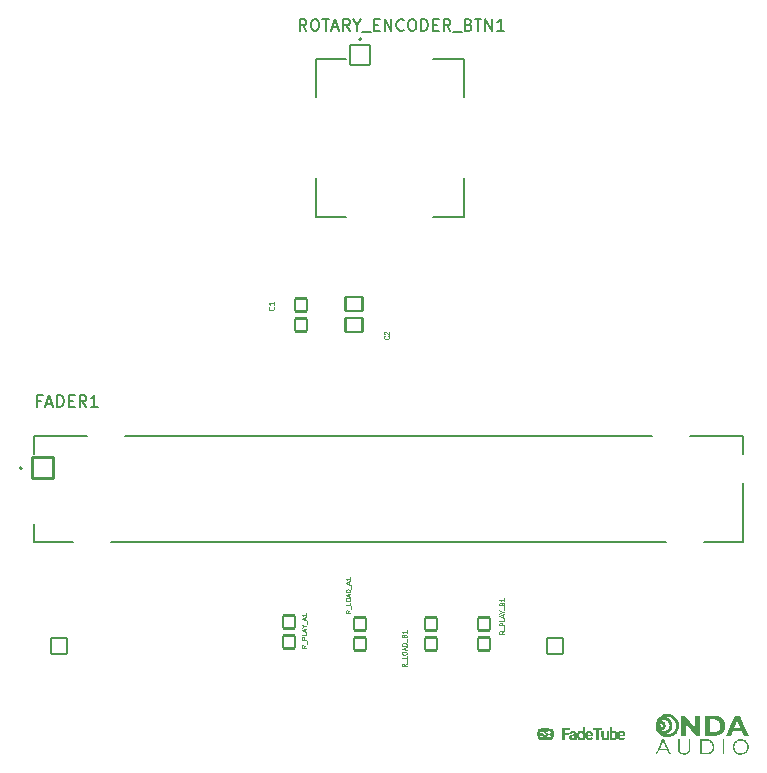
<source format=gbr>
%TF.GenerationSoftware,KiCad,Pcbnew,9.0.7*%
%TF.CreationDate,2026-01-21T12:24:24-06:00*%
%TF.ProjectId,FADETUBE_MIDI,46414445-5455-4424-955f-4d4944492e6b,rev?*%
%TF.SameCoordinates,Original*%
%TF.FileFunction,Legend,Top*%
%TF.FilePolarity,Positive*%
%FSLAX46Y46*%
G04 Gerber Fmt 4.6, Leading zero omitted, Abs format (unit mm)*
G04 Created by KiCad (PCBNEW 9.0.7) date 2026-01-21 12:24:24*
%MOMM*%
%LPD*%
G01*
G04 APERTURE LIST*
G04 Aperture macros list*
%AMRoundRect*
0 Rectangle with rounded corners*
0 $1 Rounding radius*
0 $2 $3 $4 $5 $6 $7 $8 $9 X,Y pos of 4 corners*
0 Add a 4 corners polygon primitive as box body*
4,1,4,$2,$3,$4,$5,$6,$7,$8,$9,$2,$3,0*
0 Add four circle primitives for the rounded corners*
1,1,$1+$1,$2,$3*
1,1,$1+$1,$4,$5*
1,1,$1+$1,$6,$7*
1,1,$1+$1,$8,$9*
0 Add four rect primitives between the rounded corners*
20,1,$1+$1,$2,$3,$4,$5,0*
20,1,$1+$1,$4,$5,$6,$7,0*
20,1,$1+$1,$6,$7,$8,$9,0*
20,1,$1+$1,$8,$9,$2,$3,0*%
G04 Aperture macros list end*
%ADD10C,0.118517*%
%ADD11C,0.098552*%
%ADD12C,0.150000*%
%ADD13C,0.098425*%
%ADD14C,0.000000*%
%ADD15C,0.127000*%
%ADD16C,0.200000*%
%ADD17RoundRect,0.102000X0.500000X-0.550000X0.500000X0.550000X-0.500000X0.550000X-0.500000X-0.550000X0*%
%ADD18RoundRect,0.102000X0.654000X0.654000X-0.654000X0.654000X-0.654000X-0.654000X0.654000X-0.654000X0*%
%ADD19C,1.512000*%
%ADD20R,1.600000X1.600000*%
%ADD21O,1.600000X1.600000*%
%ADD22C,5.600000*%
%ADD23RoundRect,0.102000X-0.900000X-0.900000X0.900000X-0.900000X0.900000X0.900000X-0.900000X0.900000X0*%
%ADD24C,2.004000*%
%ADD25C,2.754000*%
%ADD26RoundRect,0.102000X-0.825000X-0.825000X0.825000X-0.825000X0.825000X0.825000X-0.825000X0.825000X0*%
%ADD27C,1.854000*%
%ADD28O,3.204000X6.204000*%
%ADD29RoundRect,0.102000X0.735000X-0.580000X0.735000X0.580000X-0.735000X0.580000X-0.735000X-0.580000X0*%
G04 APERTURE END LIST*
D10*
X140168000Y-114329010D02*
X140190575Y-114351585D01*
X140190575Y-114351585D02*
X140213149Y-114419308D01*
X140213149Y-114419308D02*
X140213149Y-114464458D01*
X140213149Y-114464458D02*
X140190575Y-114532182D01*
X140190575Y-114532182D02*
X140145425Y-114577331D01*
X140145425Y-114577331D02*
X140100276Y-114599905D01*
X140100276Y-114599905D02*
X140009978Y-114622480D01*
X140009978Y-114622480D02*
X139942254Y-114622480D01*
X139942254Y-114622480D02*
X139851955Y-114599905D01*
X139851955Y-114599905D02*
X139806806Y-114577331D01*
X139806806Y-114577331D02*
X139761657Y-114532182D01*
X139761657Y-114532182D02*
X139739082Y-114464458D01*
X139739082Y-114464458D02*
X139739082Y-114419308D01*
X139739082Y-114419308D02*
X139761657Y-114351585D01*
X139761657Y-114351585D02*
X139784231Y-114329010D01*
X140213149Y-113877518D02*
X140213149Y-114148413D01*
X140213149Y-114012965D02*
X139739082Y-114012965D01*
X139739082Y-114012965D02*
X139806806Y-114058115D01*
X139806806Y-114058115D02*
X139851955Y-114103264D01*
X139851955Y-114103264D02*
X139874530Y-114148413D01*
D11*
X151427242Y-144545247D02*
X151239525Y-144676649D01*
X151427242Y-144770508D02*
X151033036Y-144770508D01*
X151033036Y-144770508D02*
X151033036Y-144620334D01*
X151033036Y-144620334D02*
X151051808Y-144582791D01*
X151051808Y-144582791D02*
X151070580Y-144564019D01*
X151070580Y-144564019D02*
X151108123Y-144545247D01*
X151108123Y-144545247D02*
X151164438Y-144545247D01*
X151164438Y-144545247D02*
X151201982Y-144564019D01*
X151201982Y-144564019D02*
X151220753Y-144582791D01*
X151220753Y-144582791D02*
X151239525Y-144620334D01*
X151239525Y-144620334D02*
X151239525Y-144770508D01*
X151464786Y-144470161D02*
X151464786Y-144169813D01*
X151427242Y-143888238D02*
X151427242Y-144075955D01*
X151427242Y-144075955D02*
X151033036Y-144075955D01*
X151033036Y-143681749D02*
X151033036Y-143606662D01*
X151033036Y-143606662D02*
X151051808Y-143569119D01*
X151051808Y-143569119D02*
X151089351Y-143531575D01*
X151089351Y-143531575D02*
X151164438Y-143512804D01*
X151164438Y-143512804D02*
X151295840Y-143512804D01*
X151295840Y-143512804D02*
X151370927Y-143531575D01*
X151370927Y-143531575D02*
X151408471Y-143569119D01*
X151408471Y-143569119D02*
X151427242Y-143606662D01*
X151427242Y-143606662D02*
X151427242Y-143681749D01*
X151427242Y-143681749D02*
X151408471Y-143719293D01*
X151408471Y-143719293D02*
X151370927Y-143756836D01*
X151370927Y-143756836D02*
X151295840Y-143775608D01*
X151295840Y-143775608D02*
X151164438Y-143775608D01*
X151164438Y-143775608D02*
X151089351Y-143756836D01*
X151089351Y-143756836D02*
X151051808Y-143719293D01*
X151051808Y-143719293D02*
X151033036Y-143681749D01*
X151314612Y-143362630D02*
X151314612Y-143174913D01*
X151427242Y-143400173D02*
X151033036Y-143268771D01*
X151033036Y-143268771D02*
X151427242Y-143137369D01*
X151427242Y-143005967D02*
X151033036Y-143005967D01*
X151033036Y-143005967D02*
X151033036Y-142912108D01*
X151033036Y-142912108D02*
X151051808Y-142855793D01*
X151051808Y-142855793D02*
X151089351Y-142818250D01*
X151089351Y-142818250D02*
X151126895Y-142799478D01*
X151126895Y-142799478D02*
X151201982Y-142780706D01*
X151201982Y-142780706D02*
X151258297Y-142780706D01*
X151258297Y-142780706D02*
X151333384Y-142799478D01*
X151333384Y-142799478D02*
X151370927Y-142818250D01*
X151370927Y-142818250D02*
X151408471Y-142855793D01*
X151408471Y-142855793D02*
X151427242Y-142912108D01*
X151427242Y-142912108D02*
X151427242Y-143005967D01*
X151464786Y-142705620D02*
X151464786Y-142405272D01*
X151220753Y-142180012D02*
X151239525Y-142123697D01*
X151239525Y-142123697D02*
X151258297Y-142104925D01*
X151258297Y-142104925D02*
X151295840Y-142086153D01*
X151295840Y-142086153D02*
X151352155Y-142086153D01*
X151352155Y-142086153D02*
X151389699Y-142104925D01*
X151389699Y-142104925D02*
X151408471Y-142123697D01*
X151408471Y-142123697D02*
X151427242Y-142161240D01*
X151427242Y-142161240D02*
X151427242Y-142311414D01*
X151427242Y-142311414D02*
X151033036Y-142311414D01*
X151033036Y-142311414D02*
X151033036Y-142180012D01*
X151033036Y-142180012D02*
X151051808Y-142142469D01*
X151051808Y-142142469D02*
X151070580Y-142123697D01*
X151070580Y-142123697D02*
X151108123Y-142104925D01*
X151108123Y-142104925D02*
X151145667Y-142104925D01*
X151145667Y-142104925D02*
X151183210Y-142123697D01*
X151183210Y-142123697D02*
X151201982Y-142142469D01*
X151201982Y-142142469D02*
X151220753Y-142180012D01*
X151220753Y-142180012D02*
X151220753Y-142311414D01*
X151427242Y-141710719D02*
X151427242Y-141935980D01*
X151427242Y-141823349D02*
X151033036Y-141823349D01*
X151033036Y-141823349D02*
X151089351Y-141860893D01*
X151089351Y-141860893D02*
X151126895Y-141898436D01*
X151126895Y-141898436D02*
X151145667Y-141935980D01*
X159677242Y-141757703D02*
X159489525Y-141889105D01*
X159677242Y-141982964D02*
X159283036Y-141982964D01*
X159283036Y-141982964D02*
X159283036Y-141832790D01*
X159283036Y-141832790D02*
X159301808Y-141795247D01*
X159301808Y-141795247D02*
X159320580Y-141776475D01*
X159320580Y-141776475D02*
X159358123Y-141757703D01*
X159358123Y-141757703D02*
X159414438Y-141757703D01*
X159414438Y-141757703D02*
X159451982Y-141776475D01*
X159451982Y-141776475D02*
X159470753Y-141795247D01*
X159470753Y-141795247D02*
X159489525Y-141832790D01*
X159489525Y-141832790D02*
X159489525Y-141982964D01*
X159714786Y-141682617D02*
X159714786Y-141382269D01*
X159677242Y-141288411D02*
X159283036Y-141288411D01*
X159283036Y-141288411D02*
X159283036Y-141138237D01*
X159283036Y-141138237D02*
X159301808Y-141100694D01*
X159301808Y-141100694D02*
X159320580Y-141081922D01*
X159320580Y-141081922D02*
X159358123Y-141063150D01*
X159358123Y-141063150D02*
X159414438Y-141063150D01*
X159414438Y-141063150D02*
X159451982Y-141081922D01*
X159451982Y-141081922D02*
X159470753Y-141100694D01*
X159470753Y-141100694D02*
X159489525Y-141138237D01*
X159489525Y-141138237D02*
X159489525Y-141288411D01*
X159677242Y-140706488D02*
X159677242Y-140894205D01*
X159677242Y-140894205D02*
X159283036Y-140894205D01*
X159564612Y-140593858D02*
X159564612Y-140406141D01*
X159677242Y-140631401D02*
X159283036Y-140499999D01*
X159283036Y-140499999D02*
X159677242Y-140368597D01*
X159489525Y-140162108D02*
X159677242Y-140162108D01*
X159283036Y-140293510D02*
X159489525Y-140162108D01*
X159489525Y-140162108D02*
X159283036Y-140030706D01*
X159714786Y-139993163D02*
X159714786Y-139692815D01*
X159470753Y-139467555D02*
X159489525Y-139411240D01*
X159489525Y-139411240D02*
X159508297Y-139392468D01*
X159508297Y-139392468D02*
X159545840Y-139373696D01*
X159545840Y-139373696D02*
X159602155Y-139373696D01*
X159602155Y-139373696D02*
X159639699Y-139392468D01*
X159639699Y-139392468D02*
X159658471Y-139411240D01*
X159658471Y-139411240D02*
X159677242Y-139448783D01*
X159677242Y-139448783D02*
X159677242Y-139598957D01*
X159677242Y-139598957D02*
X159283036Y-139598957D01*
X159283036Y-139598957D02*
X159283036Y-139467555D01*
X159283036Y-139467555D02*
X159301808Y-139430012D01*
X159301808Y-139430012D02*
X159320580Y-139411240D01*
X159320580Y-139411240D02*
X159358123Y-139392468D01*
X159358123Y-139392468D02*
X159395667Y-139392468D01*
X159395667Y-139392468D02*
X159433210Y-139411240D01*
X159433210Y-139411240D02*
X159451982Y-139430012D01*
X159451982Y-139430012D02*
X159470753Y-139467555D01*
X159470753Y-139467555D02*
X159470753Y-139598957D01*
X159677242Y-138998262D02*
X159677242Y-139223523D01*
X159677242Y-139110892D02*
X159283036Y-139110892D01*
X159283036Y-139110892D02*
X159339351Y-139148436D01*
X159339351Y-139148436D02*
X159376895Y-139185979D01*
X159376895Y-139185979D02*
X159395667Y-139223523D01*
X142927242Y-142979546D02*
X142739525Y-143110948D01*
X142927242Y-143204807D02*
X142533036Y-143204807D01*
X142533036Y-143204807D02*
X142533036Y-143054633D01*
X142533036Y-143054633D02*
X142551808Y-143017090D01*
X142551808Y-143017090D02*
X142570580Y-142998318D01*
X142570580Y-142998318D02*
X142608123Y-142979546D01*
X142608123Y-142979546D02*
X142664438Y-142979546D01*
X142664438Y-142979546D02*
X142701982Y-142998318D01*
X142701982Y-142998318D02*
X142720753Y-143017090D01*
X142720753Y-143017090D02*
X142739525Y-143054633D01*
X142739525Y-143054633D02*
X142739525Y-143204807D01*
X142964786Y-142904460D02*
X142964786Y-142604112D01*
X142927242Y-142510254D02*
X142533036Y-142510254D01*
X142533036Y-142510254D02*
X142533036Y-142360080D01*
X142533036Y-142360080D02*
X142551808Y-142322537D01*
X142551808Y-142322537D02*
X142570580Y-142303765D01*
X142570580Y-142303765D02*
X142608123Y-142284993D01*
X142608123Y-142284993D02*
X142664438Y-142284993D01*
X142664438Y-142284993D02*
X142701982Y-142303765D01*
X142701982Y-142303765D02*
X142720753Y-142322537D01*
X142720753Y-142322537D02*
X142739525Y-142360080D01*
X142739525Y-142360080D02*
X142739525Y-142510254D01*
X142927242Y-141928331D02*
X142927242Y-142116048D01*
X142927242Y-142116048D02*
X142533036Y-142116048D01*
X142814612Y-141815701D02*
X142814612Y-141627984D01*
X142927242Y-141853244D02*
X142533036Y-141721842D01*
X142533036Y-141721842D02*
X142927242Y-141590440D01*
X142739525Y-141383951D02*
X142927242Y-141383951D01*
X142533036Y-141515353D02*
X142739525Y-141383951D01*
X142739525Y-141383951D02*
X142533036Y-141252549D01*
X142964786Y-141215006D02*
X142964786Y-140914658D01*
X142814612Y-140839572D02*
X142814612Y-140651855D01*
X142927242Y-140877115D02*
X142533036Y-140745713D01*
X142533036Y-140745713D02*
X142927242Y-140614311D01*
X142927242Y-140276420D02*
X142927242Y-140501681D01*
X142927242Y-140389050D02*
X142533036Y-140389050D01*
X142533036Y-140389050D02*
X142589351Y-140426594D01*
X142589351Y-140426594D02*
X142626895Y-140464137D01*
X142626895Y-140464137D02*
X142645667Y-140501681D01*
X146677242Y-140017089D02*
X146489525Y-140148491D01*
X146677242Y-140242350D02*
X146283036Y-140242350D01*
X146283036Y-140242350D02*
X146283036Y-140092176D01*
X146283036Y-140092176D02*
X146301808Y-140054633D01*
X146301808Y-140054633D02*
X146320580Y-140035861D01*
X146320580Y-140035861D02*
X146358123Y-140017089D01*
X146358123Y-140017089D02*
X146414438Y-140017089D01*
X146414438Y-140017089D02*
X146451982Y-140035861D01*
X146451982Y-140035861D02*
X146470753Y-140054633D01*
X146470753Y-140054633D02*
X146489525Y-140092176D01*
X146489525Y-140092176D02*
X146489525Y-140242350D01*
X146714786Y-139942003D02*
X146714786Y-139641655D01*
X146677242Y-139360080D02*
X146677242Y-139547797D01*
X146677242Y-139547797D02*
X146283036Y-139547797D01*
X146283036Y-139153591D02*
X146283036Y-139078504D01*
X146283036Y-139078504D02*
X146301808Y-139040961D01*
X146301808Y-139040961D02*
X146339351Y-139003417D01*
X146339351Y-139003417D02*
X146414438Y-138984646D01*
X146414438Y-138984646D02*
X146545840Y-138984646D01*
X146545840Y-138984646D02*
X146620927Y-139003417D01*
X146620927Y-139003417D02*
X146658471Y-139040961D01*
X146658471Y-139040961D02*
X146677242Y-139078504D01*
X146677242Y-139078504D02*
X146677242Y-139153591D01*
X146677242Y-139153591D02*
X146658471Y-139191135D01*
X146658471Y-139191135D02*
X146620927Y-139228678D01*
X146620927Y-139228678D02*
X146545840Y-139247450D01*
X146545840Y-139247450D02*
X146414438Y-139247450D01*
X146414438Y-139247450D02*
X146339351Y-139228678D01*
X146339351Y-139228678D02*
X146301808Y-139191135D01*
X146301808Y-139191135D02*
X146283036Y-139153591D01*
X146564612Y-138834472D02*
X146564612Y-138646755D01*
X146677242Y-138872015D02*
X146283036Y-138740613D01*
X146283036Y-138740613D02*
X146677242Y-138609211D01*
X146677242Y-138477809D02*
X146283036Y-138477809D01*
X146283036Y-138477809D02*
X146283036Y-138383950D01*
X146283036Y-138383950D02*
X146301808Y-138327635D01*
X146301808Y-138327635D02*
X146339351Y-138290092D01*
X146339351Y-138290092D02*
X146376895Y-138271320D01*
X146376895Y-138271320D02*
X146451982Y-138252548D01*
X146451982Y-138252548D02*
X146508297Y-138252548D01*
X146508297Y-138252548D02*
X146583384Y-138271320D01*
X146583384Y-138271320D02*
X146620927Y-138290092D01*
X146620927Y-138290092D02*
X146658471Y-138327635D01*
X146658471Y-138327635D02*
X146677242Y-138383950D01*
X146677242Y-138383950D02*
X146677242Y-138477809D01*
X146714786Y-138177462D02*
X146714786Y-137877114D01*
X146564612Y-137802028D02*
X146564612Y-137614311D01*
X146677242Y-137839571D02*
X146283036Y-137708169D01*
X146283036Y-137708169D02*
X146677242Y-137576767D01*
X146677242Y-137238876D02*
X146677242Y-137464137D01*
X146677242Y-137351506D02*
X146283036Y-137351506D01*
X146283036Y-137351506D02*
X146339351Y-137389050D01*
X146339351Y-137389050D02*
X146376895Y-137426593D01*
X146376895Y-137426593D02*
X146395667Y-137464137D01*
D12*
X120460714Y-122271009D02*
X120127381Y-122271009D01*
X120127381Y-122794819D02*
X120127381Y-121794819D01*
X120127381Y-121794819D02*
X120603571Y-121794819D01*
X120936905Y-122509104D02*
X121413095Y-122509104D01*
X120841667Y-122794819D02*
X121175000Y-121794819D01*
X121175000Y-121794819D02*
X121508333Y-122794819D01*
X121841667Y-122794819D02*
X121841667Y-121794819D01*
X121841667Y-121794819D02*
X122079762Y-121794819D01*
X122079762Y-121794819D02*
X122222619Y-121842438D01*
X122222619Y-121842438D02*
X122317857Y-121937676D01*
X122317857Y-121937676D02*
X122365476Y-122032914D01*
X122365476Y-122032914D02*
X122413095Y-122223390D01*
X122413095Y-122223390D02*
X122413095Y-122366247D01*
X122413095Y-122366247D02*
X122365476Y-122556723D01*
X122365476Y-122556723D02*
X122317857Y-122651961D01*
X122317857Y-122651961D02*
X122222619Y-122747200D01*
X122222619Y-122747200D02*
X122079762Y-122794819D01*
X122079762Y-122794819D02*
X121841667Y-122794819D01*
X122841667Y-122271009D02*
X123175000Y-122271009D01*
X123317857Y-122794819D02*
X122841667Y-122794819D01*
X122841667Y-122794819D02*
X122841667Y-121794819D01*
X122841667Y-121794819D02*
X123317857Y-121794819D01*
X124317857Y-122794819D02*
X123984524Y-122318628D01*
X123746429Y-122794819D02*
X123746429Y-121794819D01*
X123746429Y-121794819D02*
X124127381Y-121794819D01*
X124127381Y-121794819D02*
X124222619Y-121842438D01*
X124222619Y-121842438D02*
X124270238Y-121890057D01*
X124270238Y-121890057D02*
X124317857Y-121985295D01*
X124317857Y-121985295D02*
X124317857Y-122128152D01*
X124317857Y-122128152D02*
X124270238Y-122223390D01*
X124270238Y-122223390D02*
X124222619Y-122271009D01*
X124222619Y-122271009D02*
X124127381Y-122318628D01*
X124127381Y-122318628D02*
X123746429Y-122318628D01*
X125270238Y-122794819D02*
X124698810Y-122794819D01*
X124984524Y-122794819D02*
X124984524Y-121794819D01*
X124984524Y-121794819D02*
X124889286Y-121937676D01*
X124889286Y-121937676D02*
X124794048Y-122032914D01*
X124794048Y-122032914D02*
X124698810Y-122080533D01*
X142952380Y-90954819D02*
X142619047Y-90478628D01*
X142380952Y-90954819D02*
X142380952Y-89954819D01*
X142380952Y-89954819D02*
X142761904Y-89954819D01*
X142761904Y-89954819D02*
X142857142Y-90002438D01*
X142857142Y-90002438D02*
X142904761Y-90050057D01*
X142904761Y-90050057D02*
X142952380Y-90145295D01*
X142952380Y-90145295D02*
X142952380Y-90288152D01*
X142952380Y-90288152D02*
X142904761Y-90383390D01*
X142904761Y-90383390D02*
X142857142Y-90431009D01*
X142857142Y-90431009D02*
X142761904Y-90478628D01*
X142761904Y-90478628D02*
X142380952Y-90478628D01*
X143571428Y-89954819D02*
X143761904Y-89954819D01*
X143761904Y-89954819D02*
X143857142Y-90002438D01*
X143857142Y-90002438D02*
X143952380Y-90097676D01*
X143952380Y-90097676D02*
X143999999Y-90288152D01*
X143999999Y-90288152D02*
X143999999Y-90621485D01*
X143999999Y-90621485D02*
X143952380Y-90811961D01*
X143952380Y-90811961D02*
X143857142Y-90907200D01*
X143857142Y-90907200D02*
X143761904Y-90954819D01*
X143761904Y-90954819D02*
X143571428Y-90954819D01*
X143571428Y-90954819D02*
X143476190Y-90907200D01*
X143476190Y-90907200D02*
X143380952Y-90811961D01*
X143380952Y-90811961D02*
X143333333Y-90621485D01*
X143333333Y-90621485D02*
X143333333Y-90288152D01*
X143333333Y-90288152D02*
X143380952Y-90097676D01*
X143380952Y-90097676D02*
X143476190Y-90002438D01*
X143476190Y-90002438D02*
X143571428Y-89954819D01*
X144285714Y-89954819D02*
X144857142Y-89954819D01*
X144571428Y-90954819D02*
X144571428Y-89954819D01*
X145142857Y-90669104D02*
X145619047Y-90669104D01*
X145047619Y-90954819D02*
X145380952Y-89954819D01*
X145380952Y-89954819D02*
X145714285Y-90954819D01*
X146619047Y-90954819D02*
X146285714Y-90478628D01*
X146047619Y-90954819D02*
X146047619Y-89954819D01*
X146047619Y-89954819D02*
X146428571Y-89954819D01*
X146428571Y-89954819D02*
X146523809Y-90002438D01*
X146523809Y-90002438D02*
X146571428Y-90050057D01*
X146571428Y-90050057D02*
X146619047Y-90145295D01*
X146619047Y-90145295D02*
X146619047Y-90288152D01*
X146619047Y-90288152D02*
X146571428Y-90383390D01*
X146571428Y-90383390D02*
X146523809Y-90431009D01*
X146523809Y-90431009D02*
X146428571Y-90478628D01*
X146428571Y-90478628D02*
X146047619Y-90478628D01*
X147238095Y-90478628D02*
X147238095Y-90954819D01*
X146904762Y-89954819D02*
X147238095Y-90478628D01*
X147238095Y-90478628D02*
X147571428Y-89954819D01*
X147666667Y-91050057D02*
X148428571Y-91050057D01*
X148666667Y-90431009D02*
X149000000Y-90431009D01*
X149142857Y-90954819D02*
X148666667Y-90954819D01*
X148666667Y-90954819D02*
X148666667Y-89954819D01*
X148666667Y-89954819D02*
X149142857Y-89954819D01*
X149571429Y-90954819D02*
X149571429Y-89954819D01*
X149571429Y-89954819D02*
X150142857Y-90954819D01*
X150142857Y-90954819D02*
X150142857Y-89954819D01*
X151190476Y-90859580D02*
X151142857Y-90907200D01*
X151142857Y-90907200D02*
X151000000Y-90954819D01*
X151000000Y-90954819D02*
X150904762Y-90954819D01*
X150904762Y-90954819D02*
X150761905Y-90907200D01*
X150761905Y-90907200D02*
X150666667Y-90811961D01*
X150666667Y-90811961D02*
X150619048Y-90716723D01*
X150619048Y-90716723D02*
X150571429Y-90526247D01*
X150571429Y-90526247D02*
X150571429Y-90383390D01*
X150571429Y-90383390D02*
X150619048Y-90192914D01*
X150619048Y-90192914D02*
X150666667Y-90097676D01*
X150666667Y-90097676D02*
X150761905Y-90002438D01*
X150761905Y-90002438D02*
X150904762Y-89954819D01*
X150904762Y-89954819D02*
X151000000Y-89954819D01*
X151000000Y-89954819D02*
X151142857Y-90002438D01*
X151142857Y-90002438D02*
X151190476Y-90050057D01*
X151809524Y-89954819D02*
X152000000Y-89954819D01*
X152000000Y-89954819D02*
X152095238Y-90002438D01*
X152095238Y-90002438D02*
X152190476Y-90097676D01*
X152190476Y-90097676D02*
X152238095Y-90288152D01*
X152238095Y-90288152D02*
X152238095Y-90621485D01*
X152238095Y-90621485D02*
X152190476Y-90811961D01*
X152190476Y-90811961D02*
X152095238Y-90907200D01*
X152095238Y-90907200D02*
X152000000Y-90954819D01*
X152000000Y-90954819D02*
X151809524Y-90954819D01*
X151809524Y-90954819D02*
X151714286Y-90907200D01*
X151714286Y-90907200D02*
X151619048Y-90811961D01*
X151619048Y-90811961D02*
X151571429Y-90621485D01*
X151571429Y-90621485D02*
X151571429Y-90288152D01*
X151571429Y-90288152D02*
X151619048Y-90097676D01*
X151619048Y-90097676D02*
X151714286Y-90002438D01*
X151714286Y-90002438D02*
X151809524Y-89954819D01*
X152666667Y-90954819D02*
X152666667Y-89954819D01*
X152666667Y-89954819D02*
X152904762Y-89954819D01*
X152904762Y-89954819D02*
X153047619Y-90002438D01*
X153047619Y-90002438D02*
X153142857Y-90097676D01*
X153142857Y-90097676D02*
X153190476Y-90192914D01*
X153190476Y-90192914D02*
X153238095Y-90383390D01*
X153238095Y-90383390D02*
X153238095Y-90526247D01*
X153238095Y-90526247D02*
X153190476Y-90716723D01*
X153190476Y-90716723D02*
X153142857Y-90811961D01*
X153142857Y-90811961D02*
X153047619Y-90907200D01*
X153047619Y-90907200D02*
X152904762Y-90954819D01*
X152904762Y-90954819D02*
X152666667Y-90954819D01*
X153666667Y-90431009D02*
X154000000Y-90431009D01*
X154142857Y-90954819D02*
X153666667Y-90954819D01*
X153666667Y-90954819D02*
X153666667Y-89954819D01*
X153666667Y-89954819D02*
X154142857Y-89954819D01*
X155142857Y-90954819D02*
X154809524Y-90478628D01*
X154571429Y-90954819D02*
X154571429Y-89954819D01*
X154571429Y-89954819D02*
X154952381Y-89954819D01*
X154952381Y-89954819D02*
X155047619Y-90002438D01*
X155047619Y-90002438D02*
X155095238Y-90050057D01*
X155095238Y-90050057D02*
X155142857Y-90145295D01*
X155142857Y-90145295D02*
X155142857Y-90288152D01*
X155142857Y-90288152D02*
X155095238Y-90383390D01*
X155095238Y-90383390D02*
X155047619Y-90431009D01*
X155047619Y-90431009D02*
X154952381Y-90478628D01*
X154952381Y-90478628D02*
X154571429Y-90478628D01*
X155333334Y-91050057D02*
X156095238Y-91050057D01*
X156666667Y-90431009D02*
X156809524Y-90478628D01*
X156809524Y-90478628D02*
X156857143Y-90526247D01*
X156857143Y-90526247D02*
X156904762Y-90621485D01*
X156904762Y-90621485D02*
X156904762Y-90764342D01*
X156904762Y-90764342D02*
X156857143Y-90859580D01*
X156857143Y-90859580D02*
X156809524Y-90907200D01*
X156809524Y-90907200D02*
X156714286Y-90954819D01*
X156714286Y-90954819D02*
X156333334Y-90954819D01*
X156333334Y-90954819D02*
X156333334Y-89954819D01*
X156333334Y-89954819D02*
X156666667Y-89954819D01*
X156666667Y-89954819D02*
X156761905Y-90002438D01*
X156761905Y-90002438D02*
X156809524Y-90050057D01*
X156809524Y-90050057D02*
X156857143Y-90145295D01*
X156857143Y-90145295D02*
X156857143Y-90240533D01*
X156857143Y-90240533D02*
X156809524Y-90335771D01*
X156809524Y-90335771D02*
X156761905Y-90383390D01*
X156761905Y-90383390D02*
X156666667Y-90431009D01*
X156666667Y-90431009D02*
X156333334Y-90431009D01*
X157190477Y-89954819D02*
X157761905Y-89954819D01*
X157476191Y-90954819D02*
X157476191Y-89954819D01*
X158095239Y-90954819D02*
X158095239Y-89954819D01*
X158095239Y-89954819D02*
X158666667Y-90954819D01*
X158666667Y-90954819D02*
X158666667Y-89954819D01*
X159666667Y-90954819D02*
X159095239Y-90954819D01*
X159380953Y-90954819D02*
X159380953Y-89954819D01*
X159380953Y-89954819D02*
X159285715Y-90097676D01*
X159285715Y-90097676D02*
X159190477Y-90192914D01*
X159190477Y-90192914D02*
X159095239Y-90240533D01*
D13*
X149889519Y-116815616D02*
X149908267Y-116834364D01*
X149908267Y-116834364D02*
X149927014Y-116890607D01*
X149927014Y-116890607D02*
X149927014Y-116928102D01*
X149927014Y-116928102D02*
X149908267Y-116984345D01*
X149908267Y-116984345D02*
X149870771Y-117021841D01*
X149870771Y-117021841D02*
X149833276Y-117040588D01*
X149833276Y-117040588D02*
X149758285Y-117059336D01*
X149758285Y-117059336D02*
X149702042Y-117059336D01*
X149702042Y-117059336D02*
X149627052Y-117040588D01*
X149627052Y-117040588D02*
X149589556Y-117021841D01*
X149589556Y-117021841D02*
X149552061Y-116984345D01*
X149552061Y-116984345D02*
X149533313Y-116928102D01*
X149533313Y-116928102D02*
X149533313Y-116890607D01*
X149533313Y-116890607D02*
X149552061Y-116834364D01*
X149552061Y-116834364D02*
X149570809Y-116815616D01*
X149570809Y-116665635D02*
X149552061Y-116646887D01*
X149552061Y-116646887D02*
X149533313Y-116609392D01*
X149533313Y-116609392D02*
X149533313Y-116515654D01*
X149533313Y-116515654D02*
X149552061Y-116478158D01*
X149552061Y-116478158D02*
X149570809Y-116459411D01*
X149570809Y-116459411D02*
X149608304Y-116440663D01*
X149608304Y-116440663D02*
X149645799Y-116440663D01*
X149645799Y-116440663D02*
X149702042Y-116459411D01*
X149702042Y-116459411D02*
X149927014Y-116684383D01*
X149927014Y-116684383D02*
X149927014Y-116440663D01*
D14*
%TO.C,FADETUBE-LOGO*%
G36*
X167997127Y-150057911D02*
G01*
X167997127Y-150141382D01*
X167842551Y-150141382D01*
X167687974Y-150141382D01*
X167687974Y-150564922D01*
X167687974Y-150988461D01*
X167579771Y-150988461D01*
X167471567Y-150988461D01*
X167471567Y-150564922D01*
X167471567Y-150141382D01*
X167320082Y-150141382D01*
X167168598Y-150141382D01*
X167168598Y-150057911D01*
X167168598Y-149974440D01*
X167582862Y-149974440D01*
X167997127Y-149974440D01*
X167997127Y-150057911D01*
G37*
G36*
X168584518Y-150611145D02*
G01*
X168584518Y-150988461D01*
X168485589Y-150988461D01*
X168386660Y-150988461D01*
X168386660Y-150954461D01*
X168386660Y-150920460D01*
X168351085Y-150948086D01*
X168326918Y-150964511D01*
X168299947Y-150979365D01*
X168279684Y-150988039D01*
X168239311Y-150998064D01*
X168193398Y-151003344D01*
X168148007Y-151003409D01*
X168121052Y-151000326D01*
X168069382Y-150985780D01*
X168025298Y-150961907D01*
X167989399Y-150929130D01*
X167963068Y-150889429D01*
X167955397Y-150873849D01*
X167948975Y-150859175D01*
X167943693Y-150844171D01*
X167939439Y-150827601D01*
X167936103Y-150808229D01*
X167933573Y-150784817D01*
X167931739Y-150756128D01*
X167930489Y-150720928D01*
X167929713Y-150677978D01*
X167929299Y-150626042D01*
X167929137Y-150563885D01*
X167929114Y-150511067D01*
X167929114Y-150234128D01*
X168031134Y-150234128D01*
X168133154Y-150234128D01*
X168133154Y-150498689D01*
X168133167Y-150562799D01*
X168133244Y-150615749D01*
X168133441Y-150658747D01*
X168133818Y-150692999D01*
X168134430Y-150719713D01*
X168135336Y-150740096D01*
X168136593Y-150755354D01*
X168138259Y-150766695D01*
X168140391Y-150775325D01*
X168143047Y-150782451D01*
X168146283Y-150789281D01*
X168147066Y-150790839D01*
X168164142Y-150815350D01*
X168187076Y-150831013D01*
X168217675Y-150838771D01*
X168241358Y-150840024D01*
X168280148Y-150837599D01*
X168310574Y-150829655D01*
X168335822Y-150815092D01*
X168349898Y-150802633D01*
X168374164Y-150778367D01*
X168375774Y-150507793D01*
X168377385Y-150237220D01*
X168480951Y-150235524D01*
X168584518Y-150233829D01*
X168584518Y-150611145D01*
G37*
G36*
X166525560Y-150453627D02*
G01*
X166525560Y-150988461D01*
X166433535Y-150988461D01*
X166396469Y-150988414D01*
X166369986Y-150987703D01*
X166352306Y-150985469D01*
X166341646Y-150980856D01*
X166336226Y-150973005D01*
X166334264Y-150961061D01*
X166333980Y-150944166D01*
X166333969Y-150940542D01*
X166332907Y-150926856D01*
X166330434Y-150920503D01*
X166330156Y-150920447D01*
X166324003Y-150924278D01*
X166311507Y-150934306D01*
X166295850Y-150947939D01*
X166256104Y-150975656D01*
X166209627Y-150994438D01*
X166158761Y-151003751D01*
X166105848Y-151003063D01*
X166075749Y-150998010D01*
X166022336Y-150979882D01*
X165975399Y-150951245D01*
X165934992Y-150912154D01*
X165901166Y-150862668D01*
X165873975Y-150802842D01*
X165862491Y-150767721D01*
X165857225Y-150748069D01*
X165853456Y-150729378D01*
X165850947Y-150708978D01*
X165849460Y-150684200D01*
X165848759Y-150652373D01*
X165848668Y-150627897D01*
X166052400Y-150627897D01*
X166053629Y-150666796D01*
X166056409Y-150701575D01*
X166060726Y-150729118D01*
X166064149Y-150741139D01*
X166083171Y-150780924D01*
X166106038Y-150810602D01*
X166128283Y-150827273D01*
X166157208Y-150836949D01*
X166191727Y-150840135D01*
X166226917Y-150836843D01*
X166257856Y-150827091D01*
X166258292Y-150826881D01*
X166279442Y-150813049D01*
X166298922Y-150794621D01*
X166303525Y-150788855D01*
X166321519Y-150764016D01*
X166321519Y-150610346D01*
X166321519Y-150456677D01*
X166292149Y-150426400D01*
X166265155Y-150402966D01*
X166240152Y-150389976D01*
X166238047Y-150389356D01*
X166195117Y-150382908D01*
X166156524Y-150387890D01*
X166122866Y-150403949D01*
X166094739Y-150430727D01*
X166072743Y-150467870D01*
X166063214Y-150493422D01*
X166058127Y-150517641D01*
X166054637Y-150550204D01*
X166052732Y-150587994D01*
X166052400Y-150627897D01*
X165848668Y-150627897D01*
X165848607Y-150611295D01*
X165849635Y-150554639D01*
X165852952Y-150507590D01*
X165859072Y-150467514D01*
X165868505Y-150431780D01*
X165881764Y-150397757D01*
X165895546Y-150369856D01*
X165928694Y-150319219D01*
X165968441Y-150278979D01*
X166014408Y-150249348D01*
X166066219Y-150230539D01*
X166123495Y-150222765D01*
X166156490Y-150223224D01*
X166204326Y-150229585D01*
X166244893Y-150243015D01*
X166281904Y-150264900D01*
X166294748Y-150274850D01*
X166321519Y-150296787D01*
X166321519Y-150107789D01*
X166321519Y-149918792D01*
X166423539Y-149918792D01*
X166525560Y-149918792D01*
X166525560Y-150453627D01*
G37*
G36*
X166952958Y-150226600D02*
G01*
X167013773Y-150241132D01*
X167067056Y-150265468D01*
X167112834Y-150299624D01*
X167151131Y-150343617D01*
X167181974Y-150397465D01*
X167195575Y-150430749D01*
X167207568Y-150472760D01*
X167216644Y-150522121D01*
X167222146Y-150574024D01*
X167223421Y-150623660D01*
X167223110Y-150632935D01*
X167221154Y-150676217D01*
X166981460Y-150677835D01*
X166741767Y-150679454D01*
X166745704Y-150696384D01*
X166762249Y-150743338D01*
X166787548Y-150782050D01*
X166820572Y-150811840D01*
X166860292Y-150832028D01*
X166905678Y-150841935D01*
X166955701Y-150840881D01*
X166962960Y-150839829D01*
X167006691Y-150829115D01*
X167044052Y-150810946D01*
X167079715Y-150783049D01*
X167079743Y-150783023D01*
X167107137Y-150757772D01*
X167151779Y-150805988D01*
X167170637Y-150826593D01*
X167186440Y-150844302D01*
X167197213Y-150856873D01*
X167200772Y-150861533D01*
X167200486Y-150872400D01*
X167190810Y-150887288D01*
X167173500Y-150904862D01*
X167150313Y-150923786D01*
X167123004Y-150942726D01*
X167093331Y-150960347D01*
X167063049Y-150975314D01*
X167038649Y-150984784D01*
X166993354Y-150996011D01*
X166941979Y-151002651D01*
X166890101Y-151004255D01*
X166844177Y-151000511D01*
X166776654Y-150984302D01*
X166716141Y-150958113D01*
X166663173Y-150922421D01*
X166618289Y-150877707D01*
X166582024Y-150824449D01*
X166554914Y-150763126D01*
X166546235Y-150734509D01*
X166539970Y-150700132D01*
X166536539Y-150657614D01*
X166535894Y-150610842D01*
X166537984Y-150563700D01*
X166542507Y-150522380D01*
X166747674Y-150522380D01*
X166751569Y-150529219D01*
X166761580Y-150533550D01*
X166778973Y-150535938D01*
X166805011Y-150536948D01*
X166840956Y-150537146D01*
X166885042Y-150537098D01*
X167021934Y-150537098D01*
X167018394Y-150502800D01*
X167009069Y-150461447D01*
X166990758Y-150428376D01*
X166963925Y-150404052D01*
X166929031Y-150388939D01*
X166900314Y-150384109D01*
X166859348Y-150385631D01*
X166824676Y-150397500D01*
X166795872Y-150420009D01*
X166772511Y-150453455D01*
X166760061Y-150481151D01*
X166753184Y-150498911D01*
X166748634Y-150512465D01*
X166747674Y-150522380D01*
X166542507Y-150522380D01*
X166542760Y-150520073D01*
X166549388Y-150486746D01*
X166572107Y-150422000D01*
X166603724Y-150365306D01*
X166643535Y-150317222D01*
X166690835Y-150278304D01*
X166744918Y-150249110D01*
X166805080Y-150230196D01*
X166870616Y-150222120D01*
X166884587Y-150221853D01*
X166952958Y-150226600D01*
G37*
G36*
X165264216Y-150057911D02*
G01*
X165264216Y-150141382D01*
X165038534Y-150141382D01*
X164812853Y-150141382D01*
X164812853Y-150274318D01*
X164812853Y-150407254D01*
X165013287Y-150407254D01*
X165071331Y-150407361D01*
X165118019Y-150407710D01*
X165154362Y-150408338D01*
X165181367Y-150409283D01*
X165200045Y-150410584D01*
X165211405Y-150412279D01*
X165216456Y-150414407D01*
X165216840Y-150414983D01*
X165219549Y-150417015D01*
X165220446Y-150411685D01*
X165224932Y-150394361D01*
X165235796Y-150371608D01*
X165250928Y-150346993D01*
X165268219Y-150324082D01*
X165279403Y-150312000D01*
X165321507Y-150279183D01*
X165371710Y-150253443D01*
X165427776Y-150235062D01*
X165487472Y-150224323D01*
X165548564Y-150221507D01*
X165608819Y-150226896D01*
X165666001Y-150240772D01*
X165707604Y-150257956D01*
X165744378Y-150281954D01*
X165778321Y-150314107D01*
X165806082Y-150350801D01*
X165821590Y-150380996D01*
X165825157Y-150390375D01*
X165828095Y-150399731D01*
X165830486Y-150410374D01*
X165832415Y-150423613D01*
X165833963Y-150440757D01*
X165835214Y-150463116D01*
X165836252Y-150491999D01*
X165837159Y-150528714D01*
X165838019Y-150574573D01*
X165838915Y-150630882D01*
X165839363Y-150660759D01*
X165840314Y-150722557D01*
X165841203Y-150773316D01*
X165842112Y-150814363D01*
X165843121Y-150847026D01*
X165844311Y-150872631D01*
X165845762Y-150892504D01*
X165847556Y-150907974D01*
X165849774Y-150920366D01*
X165852495Y-150931008D01*
X165855802Y-150941226D01*
X165856577Y-150943439D01*
X165863501Y-150963507D01*
X165868393Y-150978569D01*
X165870155Y-150985175D01*
X165864308Y-150986255D01*
X165848107Y-150987187D01*
X165823564Y-150987905D01*
X165792693Y-150988348D01*
X165765523Y-150988461D01*
X165660891Y-150988461D01*
X165653758Y-150965275D01*
X165648397Y-150947949D01*
X165644305Y-150934899D01*
X165643806Y-150933338D01*
X165639482Y-150930054D01*
X165630192Y-150935401D01*
X165621090Y-150943508D01*
X165590080Y-150966650D01*
X165551436Y-150985811D01*
X165509761Y-150998789D01*
X165502425Y-151000274D01*
X165472150Y-151004927D01*
X165446567Y-151006051D01*
X165420127Y-151003512D01*
X165388840Y-150997514D01*
X165334151Y-150980484D01*
X165288357Y-150954961D01*
X165251163Y-150920728D01*
X165222275Y-150877566D01*
X165219616Y-150872312D01*
X165209907Y-150851525D01*
X165203904Y-150834463D01*
X165200738Y-150816819D01*
X165199538Y-150794284D01*
X165199405Y-150772163D01*
X165199472Y-150768535D01*
X165402187Y-150768535D01*
X165408157Y-150797687D01*
X165420942Y-150819037D01*
X165444334Y-150837067D01*
X165474781Y-150847204D01*
X165509620Y-150849203D01*
X165546186Y-150842817D01*
X165571830Y-150833011D01*
X165593000Y-150819683D01*
X165612737Y-150802331D01*
X165616658Y-150797914D01*
X165625029Y-150787163D01*
X165630406Y-150777341D01*
X165633450Y-150765382D01*
X165634824Y-150748217D01*
X165635188Y-150722779D01*
X165635199Y-150711906D01*
X165635199Y-150648393D01*
X165571823Y-150648427D01*
X165531029Y-150649380D01*
X165499846Y-150652638D01*
X165475627Y-150658877D01*
X165455726Y-150668772D01*
X165437950Y-150682585D01*
X165417462Y-150707952D01*
X165405415Y-150737613D01*
X165402187Y-150768535D01*
X165199472Y-150768535D01*
X165199964Y-150742032D01*
X165201999Y-150720018D01*
X165206255Y-150701895D01*
X165213475Y-150683436D01*
X165215983Y-150677946D01*
X165242671Y-150635092D01*
X165279625Y-150599128D01*
X165326841Y-150570058D01*
X165384312Y-150547885D01*
X165392032Y-150545650D01*
X165419264Y-150540324D01*
X165458514Y-150536197D01*
X165509492Y-150533296D01*
X165532399Y-150532506D01*
X165636732Y-150529453D01*
X165633871Y-150485357D01*
X165627644Y-150443741D01*
X165614656Y-150412165D01*
X165594332Y-150389955D01*
X165566094Y-150376442D01*
X165535784Y-150371317D01*
X165496516Y-150372852D01*
X165464331Y-150383221D01*
X165440165Y-150401852D01*
X165424949Y-150428174D01*
X165421442Y-150441443D01*
X165417416Y-150462901D01*
X165316084Y-150462901D01*
X165214751Y-150462901D01*
X165214751Y-150518549D01*
X165214751Y-150574196D01*
X165013802Y-150574196D01*
X164812853Y-150574196D01*
X164812853Y-150781329D01*
X164812853Y-150988461D01*
X164704649Y-150988461D01*
X164596446Y-150988461D01*
X164596446Y-150481450D01*
X164596446Y-149974440D01*
X164930331Y-149974440D01*
X165264216Y-149974440D01*
X165264216Y-150057911D01*
G37*
G36*
X168819474Y-150108016D02*
G01*
X168819474Y-150297240D01*
X168842378Y-150277129D01*
X168861481Y-150262911D01*
X168885397Y-150248450D01*
X168899571Y-150241266D01*
X168941466Y-150227867D01*
X168989234Y-150222222D01*
X169039298Y-150224113D01*
X169088080Y-150233320D01*
X169132001Y-150249626D01*
X169144307Y-150256226D01*
X169180945Y-150283862D01*
X169214780Y-150321085D01*
X169243943Y-150365151D01*
X169266563Y-150413317D01*
X169278876Y-150453752D01*
X169286941Y-150489263D01*
X169295048Y-150462170D01*
X169318908Y-150402961D01*
X169352396Y-150350714D01*
X169394421Y-150306228D01*
X169443891Y-150270300D01*
X169499713Y-150243730D01*
X169560795Y-150227315D01*
X169623682Y-150221853D01*
X169692053Y-150226600D01*
X169752867Y-150241132D01*
X169806151Y-150265468D01*
X169851929Y-150299624D01*
X169890226Y-150343617D01*
X169921068Y-150397465D01*
X169934669Y-150430749D01*
X169946663Y-150472760D01*
X169955738Y-150522121D01*
X169961241Y-150574024D01*
X169962516Y-150623660D01*
X169962204Y-150632935D01*
X169960248Y-150676217D01*
X169720555Y-150677835D01*
X169480862Y-150679454D01*
X169484799Y-150696384D01*
X169501343Y-150743338D01*
X169526642Y-150782050D01*
X169559667Y-150811840D01*
X169599387Y-150832028D01*
X169644773Y-150841935D01*
X169694796Y-150840881D01*
X169702054Y-150839829D01*
X169745785Y-150829115D01*
X169783146Y-150810946D01*
X169818809Y-150783049D01*
X169818837Y-150783023D01*
X169846232Y-150757772D01*
X169890874Y-150805988D01*
X169909732Y-150826593D01*
X169925535Y-150844302D01*
X169936307Y-150856873D01*
X169939866Y-150861533D01*
X169939635Y-150872499D01*
X169929943Y-150887440D01*
X169912515Y-150905056D01*
X169889074Y-150924045D01*
X169861345Y-150943108D01*
X169831052Y-150960944D01*
X169799919Y-150976252D01*
X169774756Y-150986079D01*
X169749811Y-150993841D01*
X169727635Y-150998812D01*
X169703976Y-151001587D01*
X169674586Y-151002761D01*
X169654187Y-151002940D01*
X169599510Y-151001040D01*
X169552526Y-150994461D01*
X169509165Y-150982355D01*
X169465362Y-150963870D01*
X169463917Y-150963168D01*
X169416043Y-150933470D01*
X169372445Y-150894072D01*
X169335302Y-150847460D01*
X169306798Y-150796121D01*
X169298046Y-150774090D01*
X169286832Y-150742119D01*
X169273957Y-150786456D01*
X169253345Y-150844094D01*
X169227616Y-150891504D01*
X169195854Y-150930088D01*
X169161975Y-150957999D01*
X169119321Y-150980773D01*
X169069854Y-150996289D01*
X169017272Y-151003804D01*
X168965274Y-151002574D01*
X168950717Y-151000456D01*
X168905436Y-150986993D01*
X168862705Y-150964110D01*
X168831629Y-150938786D01*
X168807108Y-150914264D01*
X168807108Y-150932041D01*
X168805810Y-150951787D01*
X168803243Y-150969139D01*
X168799379Y-150988461D01*
X168707406Y-150988461D01*
X168615433Y-150988461D01*
X168615433Y-150610388D01*
X168819474Y-150610388D01*
X168819574Y-150660441D01*
X168820052Y-150699762D01*
X168821173Y-150729985D01*
X168823201Y-150752743D01*
X168826400Y-150769671D01*
X168831037Y-150782401D01*
X168837375Y-150792567D01*
X168845680Y-150801803D01*
X168851392Y-150807274D01*
X168878321Y-150824919D01*
X168912229Y-150836210D01*
X168949238Y-150840719D01*
X168985472Y-150838016D01*
X169017055Y-150827674D01*
X169020284Y-150825936D01*
X169045976Y-150804296D01*
X169065961Y-150771760D01*
X169080210Y-150728418D01*
X169088694Y-150674360D01*
X169091385Y-150611295D01*
X169088181Y-150547781D01*
X169083636Y-150522380D01*
X169486769Y-150522380D01*
X169490663Y-150529219D01*
X169500675Y-150533550D01*
X169518068Y-150535938D01*
X169544105Y-150536948D01*
X169580051Y-150537146D01*
X169624136Y-150537098D01*
X169761029Y-150537098D01*
X169757489Y-150502800D01*
X169748163Y-150461447D01*
X169729853Y-150428376D01*
X169703020Y-150404052D01*
X169668125Y-150388939D01*
X169639409Y-150384109D01*
X169598442Y-150385631D01*
X169563770Y-150397500D01*
X169534967Y-150420009D01*
X169511606Y-150453455D01*
X169499155Y-150481151D01*
X169492278Y-150498911D01*
X169487728Y-150512465D01*
X169486769Y-150522380D01*
X169083636Y-150522380D01*
X169078695Y-150494765D01*
X169062862Y-150452055D01*
X169040618Y-150419459D01*
X169021407Y-150402701D01*
X169006775Y-150393650D01*
X168992700Y-150388477D01*
X168974836Y-150386144D01*
X168949847Y-150385613D01*
X168908095Y-150389424D01*
X168874629Y-150401356D01*
X168847805Y-150422160D01*
X168835016Y-150438046D01*
X168819474Y-150460474D01*
X168819474Y-150610388D01*
X168615433Y-150610388D01*
X168615433Y-150460474D01*
X168615433Y-150453627D01*
X168615433Y-149918792D01*
X168717453Y-149918792D01*
X168819474Y-149918792D01*
X168819474Y-150108016D01*
G37*
G36*
X163291626Y-150013517D02*
G01*
X163372376Y-150015111D01*
X163450061Y-150017751D01*
X163523141Y-150021458D01*
X163590077Y-150026251D01*
X163637227Y-150030777D01*
X163695941Y-150039633D01*
X163743801Y-150052440D01*
X163781831Y-150069705D01*
X163811054Y-150091933D01*
X163832493Y-150119631D01*
X163838060Y-150130112D01*
X163847181Y-150150331D01*
X163854746Y-150170583D01*
X163860896Y-150192233D01*
X163865769Y-150216646D01*
X163869508Y-150245187D01*
X163872251Y-150279221D01*
X163874140Y-150320114D01*
X163875315Y-150369231D01*
X163875915Y-150427937D01*
X163876082Y-150497597D01*
X163876082Y-150500000D01*
X163876009Y-150561617D01*
X163875773Y-150612327D01*
X163875314Y-150653587D01*
X163874574Y-150686854D01*
X163873493Y-150713588D01*
X163872013Y-150735244D01*
X163870074Y-150753283D01*
X163867618Y-150769160D01*
X163864585Y-150784334D01*
X163864566Y-150784420D01*
X163853087Y-150828629D01*
X163838956Y-150864873D01*
X163820851Y-150894096D01*
X163797449Y-150917240D01*
X163767428Y-150935248D01*
X163729466Y-150949062D01*
X163682241Y-150959625D01*
X163624430Y-150967880D01*
X163604065Y-150970126D01*
X163585815Y-150971411D01*
X163556771Y-150972676D01*
X163518505Y-150973903D01*
X163472589Y-150975073D01*
X163420594Y-150976167D01*
X163364093Y-150977168D01*
X163304658Y-150978056D01*
X163243860Y-150978814D01*
X163183271Y-150979422D01*
X163124464Y-150979862D01*
X163069010Y-150980115D01*
X163018481Y-150980164D01*
X162974450Y-150979989D01*
X162938488Y-150979571D01*
X162912167Y-150978894D01*
X162902288Y-150978398D01*
X162829331Y-150972963D01*
X162767613Y-150967003D01*
X162716006Y-150960158D01*
X162673383Y-150952067D01*
X162638619Y-150942371D01*
X162610585Y-150930708D01*
X162588156Y-150916719D01*
X162570205Y-150900044D01*
X162555604Y-150880323D01*
X162546919Y-150864800D01*
X162537247Y-150842752D01*
X162529551Y-150817845D01*
X162523424Y-150787916D01*
X162518459Y-150750800D01*
X162514248Y-150704336D01*
X162512708Y-150682994D01*
X162512255Y-150674537D01*
X162730037Y-150674537D01*
X162740708Y-150691458D01*
X162749257Y-150697925D01*
X162767195Y-150704388D01*
X162794407Y-150708742D01*
X162827981Y-150710994D01*
X162865007Y-150711147D01*
X162902574Y-150709207D01*
X162937772Y-150705179D01*
X162967689Y-150699068D01*
X162972961Y-150697541D01*
X162995299Y-150689575D01*
X163014157Y-150679712D01*
X163033360Y-150665521D01*
X163056731Y-150644568D01*
X163057863Y-150643501D01*
X163101705Y-150602143D01*
X163065771Y-150569488D01*
X163048295Y-150554319D01*
X163034163Y-150543366D01*
X163025892Y-150538544D01*
X163025062Y-150538511D01*
X163018671Y-150543127D01*
X163005377Y-150554173D01*
X162987424Y-150569754D01*
X162975474Y-150580379D01*
X162930661Y-150620569D01*
X162842899Y-150623661D01*
X162807129Y-150625131D01*
X162781575Y-150626824D01*
X162764088Y-150629056D01*
X162752519Y-150632144D01*
X162744718Y-150636407D01*
X162742150Y-150638531D01*
X162730406Y-150655957D01*
X162730037Y-150674537D01*
X162512255Y-150674537D01*
X162509306Y-150619495D01*
X162507429Y-150552966D01*
X162507016Y-150485453D01*
X162508001Y-150419000D01*
X162510322Y-150355652D01*
X162511576Y-150335339D01*
X162728595Y-150335339D01*
X162735562Y-150353471D01*
X162745454Y-150363524D01*
X162753657Y-150368986D01*
X162763473Y-150372648D01*
X162777418Y-150374859D01*
X162798006Y-150375969D01*
X162827754Y-150376326D01*
X162837797Y-150376338D01*
X162868537Y-150376781D01*
X162895848Y-150377985D01*
X162916741Y-150379766D01*
X162928163Y-150381914D01*
X162935986Y-150387447D01*
X162951492Y-150400538D01*
X162973505Y-150420117D01*
X163000851Y-150445114D01*
X163032352Y-150474458D01*
X163066833Y-150507082D01*
X163087780Y-150527128D01*
X163133958Y-150571282D01*
X163172619Y-150607509D01*
X163205001Y-150636614D01*
X163232339Y-150659406D01*
X163255871Y-150676691D01*
X163276834Y-150689275D01*
X163296465Y-150697967D01*
X163316000Y-150703571D01*
X163336677Y-150706896D01*
X163359733Y-150708748D01*
X163366779Y-150709112D01*
X163421665Y-150711736D01*
X163421665Y-150735993D01*
X163426759Y-150761736D01*
X163441268Y-150779933D01*
X163464036Y-150789451D01*
X163477438Y-150790603D01*
X163497117Y-150788918D01*
X163513459Y-150784753D01*
X163515877Y-150783635D01*
X163525751Y-150777444D01*
X163543212Y-150765626D01*
X163565856Y-150749837D01*
X163591277Y-150731736D01*
X163593102Y-150730422D01*
X163619591Y-150711137D01*
X163637514Y-150697257D01*
X163648454Y-150687121D01*
X163653989Y-150679066D01*
X163655702Y-150671428D01*
X163655418Y-150664868D01*
X163653292Y-150655629D01*
X163647715Y-150646376D01*
X163637012Y-150635409D01*
X163619506Y-150621027D01*
X163593523Y-150601531D01*
X163591699Y-150600191D01*
X163557856Y-150575825D01*
X163531757Y-150558422D01*
X163511546Y-150547150D01*
X163495368Y-150541178D01*
X163481368Y-150539672D01*
X163467691Y-150541801D01*
X163463921Y-150542858D01*
X163440073Y-150554888D01*
X163426160Y-150574083D01*
X163421665Y-150601002D01*
X163421665Y-150625056D01*
X163379032Y-150622647D01*
X163336400Y-150620238D01*
X163245721Y-150533841D01*
X163194580Y-150485139D01*
X163151514Y-150444243D01*
X163115655Y-150410417D01*
X163101371Y-150397114D01*
X163168607Y-150397114D01*
X163203936Y-150429729D01*
X163221442Y-150445252D01*
X163235832Y-150456846D01*
X163244470Y-150462415D01*
X163245292Y-150462622D01*
X163252029Y-150458642D01*
X163265166Y-150447723D01*
X163282476Y-150431783D01*
X163293172Y-150421370D01*
X163335024Y-150379839D01*
X163378345Y-150377391D01*
X163421665Y-150374943D01*
X163421665Y-150397688D01*
X163425093Y-150423926D01*
X163436410Y-150442071D01*
X163456395Y-150454328D01*
X163472744Y-150459041D01*
X163489703Y-150458804D01*
X163509055Y-150452905D01*
X163532582Y-150440632D01*
X163562069Y-150421274D01*
X163590153Y-150400946D01*
X163621894Y-150376928D01*
X163643611Y-150358189D01*
X163655341Y-150342819D01*
X163657122Y-150328909D01*
X163648993Y-150314548D01*
X163630990Y-150297828D01*
X163603152Y-150276838D01*
X163592759Y-150269330D01*
X163561821Y-150247169D01*
X163538866Y-150231271D01*
X163521898Y-150220598D01*
X163508920Y-150214113D01*
X163497934Y-150210777D01*
X163486943Y-150209553D01*
X163477438Y-150209396D01*
X163451075Y-150214361D01*
X163432553Y-150228592D01*
X163422874Y-150251091D01*
X163421665Y-150264762D01*
X163421665Y-150289776D01*
X163382774Y-150289776D01*
X163345133Y-150292398D01*
X163307653Y-150299578D01*
X163274540Y-150310283D01*
X163252418Y-150321756D01*
X163237929Y-150332934D01*
X163218978Y-150349240D01*
X163200844Y-150366032D01*
X163168607Y-150397114D01*
X163101371Y-150397114D01*
X163086135Y-150382925D01*
X163062087Y-150361033D01*
X163042643Y-150344004D01*
X163026934Y-150331104D01*
X163014093Y-150321597D01*
X163003251Y-150314748D01*
X162993542Y-150309822D01*
X162984097Y-150306083D01*
X162974048Y-150302795D01*
X162972440Y-150302297D01*
X162944200Y-150295824D01*
X162910026Y-150291418D01*
X162872834Y-150289083D01*
X162835539Y-150288822D01*
X162801055Y-150290637D01*
X162772300Y-150294531D01*
X162752188Y-150300507D01*
X162749257Y-150302074D01*
X162733210Y-150317409D01*
X162728595Y-150335339D01*
X162511576Y-150335339D01*
X162513916Y-150297454D01*
X162518717Y-150246451D01*
X162524664Y-150204687D01*
X162528098Y-150187690D01*
X162542872Y-150142347D01*
X162564685Y-150106164D01*
X162594588Y-150078147D01*
X162633634Y-150057300D01*
X162681096Y-150043020D01*
X162720120Y-150036082D01*
X162769941Y-150030012D01*
X162829019Y-150024831D01*
X162895813Y-150020559D01*
X162968784Y-150017215D01*
X163046390Y-150014819D01*
X163127093Y-150013391D01*
X163209352Y-150012951D01*
X163291626Y-150013517D01*
G37*
%TO.C,ONDAAUDIO-LOGO*%
G36*
X178338844Y-151577520D02*
G01*
X178338844Y-152222190D01*
X178268238Y-152222190D01*
X178197631Y-152222190D01*
X178197631Y-151577520D01*
X178197631Y-150932850D01*
X178268238Y-150932850D01*
X178338844Y-150932850D01*
X178338844Y-151577520D01*
G37*
G36*
X176275900Y-149784723D02*
G01*
X176275900Y-150644283D01*
X176111428Y-150644283D01*
X175946956Y-150644283D01*
X175523550Y-150128795D01*
X175100145Y-149613306D01*
X175098575Y-150128795D01*
X175097005Y-150644283D01*
X174897499Y-150644283D01*
X174697993Y-150644283D01*
X174697993Y-149784723D01*
X174697993Y-148925163D01*
X174865301Y-148925513D01*
X175032608Y-148925862D01*
X175456248Y-149443788D01*
X175879888Y-149961713D01*
X175881458Y-149443438D01*
X175883028Y-148925163D01*
X176079464Y-148925163D01*
X176275900Y-148925163D01*
X176275900Y-149784723D01*
G37*
G36*
X174538441Y-151345746D02*
G01*
X174538476Y-151427724D01*
X174538563Y-151498416D01*
X174538726Y-151558814D01*
X174538992Y-151609909D01*
X174539385Y-151652696D01*
X174539930Y-151688165D01*
X174540654Y-151717311D01*
X174541581Y-151741124D01*
X174542736Y-151760599D01*
X174544144Y-151776727D01*
X174545832Y-151790501D01*
X174547823Y-151802914D01*
X174550143Y-151814957D01*
X174550395Y-151816184D01*
X174569010Y-151882874D01*
X174595648Y-151940712D01*
X174630680Y-151990446D01*
X174642947Y-152003968D01*
X174684061Y-152040644D01*
X174729349Y-152068721D01*
X174780287Y-152088732D01*
X174838348Y-152101208D01*
X174905007Y-152106684D01*
X174928233Y-152107044D01*
X174968403Y-152106532D01*
X175000144Y-152104589D01*
X175027260Y-152100834D01*
X175053557Y-152094886D01*
X175056024Y-152094227D01*
X175119077Y-152071533D01*
X175173803Y-152039839D01*
X175219997Y-151999359D01*
X175257451Y-151950306D01*
X175285957Y-151892893D01*
X175302247Y-151840816D01*
X175306531Y-151821565D01*
X175310231Y-151800888D01*
X175313388Y-151777788D01*
X175316043Y-151751271D01*
X175318237Y-151720341D01*
X175320011Y-151684004D01*
X175321404Y-151641264D01*
X175322457Y-151591125D01*
X175323212Y-151532593D01*
X175323709Y-151464672D01*
X175323987Y-151386367D01*
X175324086Y-151305837D01*
X175324244Y-150932850D01*
X175391781Y-150932850D01*
X175459318Y-150932850D01*
X175459301Y-151327326D01*
X175459243Y-151414558D01*
X175459047Y-151490537D01*
X175458664Y-151556289D01*
X175458049Y-151612842D01*
X175457155Y-151661221D01*
X175455933Y-151702452D01*
X175454337Y-151737563D01*
X175452320Y-151767579D01*
X175449836Y-151793528D01*
X175446836Y-151816435D01*
X175443274Y-151837326D01*
X175439102Y-151857228D01*
X175434275Y-151877168D01*
X175434053Y-151878034D01*
X175409603Y-151949884D01*
X175374987Y-152015359D01*
X175330955Y-152073715D01*
X175278253Y-152124207D01*
X175217631Y-152166090D01*
X175149837Y-152198620D01*
X175094005Y-152216620D01*
X175060682Y-152223108D01*
X175018677Y-152228024D01*
X174971501Y-152231260D01*
X174922662Y-152232702D01*
X174875672Y-152232240D01*
X174834040Y-152229763D01*
X174804466Y-152225798D01*
X174734968Y-152208920D01*
X174674214Y-152185928D01*
X174619645Y-152155506D01*
X174568702Y-152116339D01*
X174541140Y-152090432D01*
X174503350Y-152048930D01*
X174473161Y-152006613D01*
X174448813Y-151960332D01*
X174428544Y-151906937D01*
X174417242Y-151868834D01*
X174400590Y-151807759D01*
X174398566Y-151370304D01*
X174396542Y-150932850D01*
X174467452Y-150932850D01*
X174538361Y-150932850D01*
X174538441Y-151345746D01*
G37*
G36*
X179425229Y-148926616D02*
G01*
X179624430Y-148928233D01*
X180006969Y-149783795D01*
X180050348Y-149880829D01*
X180092341Y-149974794D01*
X180132676Y-150065079D01*
X180171081Y-150151075D01*
X180207284Y-150232173D01*
X180241015Y-150307763D01*
X180272000Y-150377235D01*
X180299968Y-150439979D01*
X180324647Y-150495387D01*
X180345766Y-150542848D01*
X180363053Y-150581752D01*
X180376235Y-150611491D01*
X180385042Y-150631455D01*
X180389202Y-150641034D01*
X180389509Y-150641820D01*
X180383603Y-150642395D01*
X180366823Y-150642914D01*
X180340572Y-150643362D01*
X180306256Y-150643724D01*
X180265278Y-150643983D01*
X180219044Y-150644124D01*
X180179224Y-150644142D01*
X179968939Y-150644000D01*
X179893062Y-150459950D01*
X179817185Y-150275900D01*
X179420304Y-150276025D01*
X179023422Y-150276149D01*
X178947295Y-150460216D01*
X178871168Y-150644283D01*
X178665892Y-150644283D01*
X178612470Y-150644122D01*
X178565502Y-150643657D01*
X178526057Y-150642918D01*
X178495208Y-150641934D01*
X178474025Y-150640735D01*
X178463581Y-150639351D01*
X178462662Y-150638693D01*
X178465352Y-150632544D01*
X178472769Y-150615793D01*
X178484640Y-150589054D01*
X178500691Y-150552941D01*
X178520650Y-150508067D01*
X178544242Y-150455046D01*
X178571196Y-150394492D01*
X178601237Y-150327018D01*
X178634093Y-150253239D01*
X178669490Y-150173766D01*
X178707155Y-150089216D01*
X178746815Y-150000200D01*
X178760755Y-149968915D01*
X179154599Y-149968915D01*
X179422173Y-149968915D01*
X179689746Y-149968915D01*
X179681526Y-149948961D01*
X179639653Y-149847406D01*
X179602184Y-149756726D01*
X179568905Y-149676418D01*
X179539600Y-149605979D01*
X179514053Y-149544906D01*
X179492051Y-149492697D01*
X179473377Y-149448849D01*
X179457817Y-149412859D01*
X179445155Y-149384224D01*
X179435175Y-149362442D01*
X179427664Y-149347009D01*
X179422406Y-149337424D01*
X179419185Y-149333183D01*
X179417980Y-149333201D01*
X179414565Y-149340730D01*
X179406995Y-149358318D01*
X179395807Y-149384674D01*
X179381539Y-149418509D01*
X179364727Y-149458534D01*
X179345909Y-149503459D01*
X179325620Y-149551994D01*
X179304399Y-149602851D01*
X179282783Y-149654738D01*
X179261307Y-149706368D01*
X179240510Y-149756449D01*
X179220929Y-149803694D01*
X179203100Y-149846811D01*
X179187560Y-149884513D01*
X179174847Y-149915508D01*
X179165497Y-149938508D01*
X179160048Y-149952222D01*
X179158936Y-149955250D01*
X179154599Y-149968915D01*
X178760755Y-149968915D01*
X178788196Y-149907333D01*
X178831027Y-149811228D01*
X178845368Y-149779051D01*
X179226027Y-148924999D01*
X179425229Y-148926616D01*
G37*
G36*
X176602840Y-150934419D02*
G01*
X176675540Y-150934945D01*
X176737082Y-150935453D01*
X176788588Y-150935988D01*
X176831179Y-150936596D01*
X176865978Y-150937326D01*
X176894105Y-150938222D01*
X176916682Y-150939331D01*
X176934831Y-150940700D01*
X176949673Y-150942375D01*
X176962330Y-150944402D01*
X176973923Y-150946828D01*
X176985574Y-150949699D01*
X176988107Y-150950356D01*
X177080267Y-150979752D01*
X177163691Y-151017490D01*
X177238161Y-151063324D01*
X177303460Y-151117009D01*
X177359370Y-151178300D01*
X177405672Y-151246953D01*
X177442149Y-151322722D01*
X177468582Y-151405362D01*
X177484755Y-151494628D01*
X177486490Y-151510673D01*
X177489826Y-151602829D01*
X177481760Y-151691140D01*
X177462743Y-151774979D01*
X177433224Y-151853720D01*
X177393650Y-151926737D01*
X177344473Y-151993401D01*
X177286141Y-152053088D01*
X177219102Y-152105171D01*
X177143807Y-152149022D01*
X177060704Y-152184017D01*
X176988499Y-152205312D01*
X176976371Y-152208115D01*
X176964170Y-152210493D01*
X176950770Y-152212489D01*
X176935045Y-152214148D01*
X176915870Y-152215515D01*
X176892120Y-152216633D01*
X176862670Y-152217548D01*
X176826393Y-152218302D01*
X176782165Y-152218942D01*
X176728861Y-152219511D01*
X176665354Y-152220054D01*
X176602840Y-152220526D01*
X176269760Y-152222953D01*
X176269760Y-152100137D01*
X176410974Y-152100137D01*
X176664237Y-152097944D01*
X176727259Y-152097365D01*
X176779337Y-152096778D01*
X176821809Y-152096114D01*
X176856009Y-152095303D01*
X176883274Y-152094278D01*
X176904939Y-152092969D01*
X176922341Y-152091306D01*
X176936816Y-152089223D01*
X176949700Y-152086649D01*
X176962329Y-152083515D01*
X176966618Y-152082360D01*
X176993488Y-152073659D01*
X177026192Y-152061038D01*
X177059797Y-152046477D01*
X177079296Y-152037155D01*
X177142687Y-151999140D01*
X177199725Y-151952292D01*
X177248919Y-151898188D01*
X177288775Y-151838408D01*
X177311127Y-151792062D01*
X177329967Y-151734141D01*
X177342911Y-151669134D01*
X177349551Y-151600941D01*
X177349479Y-151533460D01*
X177343791Y-151479284D01*
X177325577Y-151403426D01*
X177296741Y-151333255D01*
X177257830Y-151269362D01*
X177209395Y-151212336D01*
X177151985Y-151162770D01*
X177086148Y-151121253D01*
X177012434Y-151088376D01*
X176966618Y-151073592D01*
X176953887Y-151070163D01*
X176941494Y-151067332D01*
X176928103Y-151065028D01*
X176912381Y-151063178D01*
X176892993Y-151061710D01*
X176868606Y-151060552D01*
X176837886Y-151059634D01*
X176799497Y-151058882D01*
X176752107Y-151058224D01*
X176694380Y-151057589D01*
X176664237Y-151057288D01*
X176410974Y-151054795D01*
X176410974Y-151577466D01*
X176410974Y-152100137D01*
X176269760Y-152100137D01*
X176269760Y-151577520D01*
X176269760Y-151577466D01*
X176269760Y-150932086D01*
X176602840Y-150934419D01*
G37*
G36*
X173161320Y-150934199D02*
G01*
X173231122Y-150935920D01*
X173509032Y-151543751D01*
X173546624Y-151625970D01*
X173583016Y-151705561D01*
X173617854Y-151781752D01*
X173650785Y-151853769D01*
X173681454Y-151920839D01*
X173709509Y-151982189D01*
X173734595Y-152037045D01*
X173756359Y-152084634D01*
X173774448Y-152124182D01*
X173788507Y-152154917D01*
X173798183Y-152176064D01*
X173803122Y-152186851D01*
X173803224Y-152187073D01*
X173819506Y-152222564D01*
X173744618Y-152220842D01*
X173669730Y-152219120D01*
X173593442Y-152048694D01*
X173517153Y-151878269D01*
X173158375Y-151879852D01*
X172799597Y-151881436D01*
X172724197Y-152050278D01*
X172648797Y-152219120D01*
X172577456Y-152220850D01*
X172549510Y-152221142D01*
X172526698Y-152220645D01*
X172511428Y-152219465D01*
X172506102Y-152217780D01*
X172508604Y-152211678D01*
X172515898Y-152195117D01*
X172527665Y-152168801D01*
X172543586Y-152133435D01*
X172563340Y-152089724D01*
X172586608Y-152038373D01*
X172613070Y-151980086D01*
X172642406Y-151915568D01*
X172674296Y-151845525D01*
X172708420Y-151770661D01*
X172712528Y-151761658D01*
X172856079Y-151761658D01*
X172862198Y-151763261D01*
X172880476Y-151764629D01*
X172910796Y-151765758D01*
X172953038Y-151766647D01*
X173007086Y-151767294D01*
X173072822Y-151767695D01*
X173150127Y-151767849D01*
X173159995Y-151767851D01*
X173219779Y-151767765D01*
X173275666Y-151767520D01*
X173326488Y-151767132D01*
X173371076Y-151766617D01*
X173408262Y-151765993D01*
X173436877Y-151765276D01*
X173455754Y-151764483D01*
X173463724Y-151763631D01*
X173463911Y-151763478D01*
X173461488Y-151757439D01*
X173454572Y-151741377D01*
X173443688Y-151716476D01*
X173429365Y-151683920D01*
X173412129Y-151644891D01*
X173392508Y-151600572D01*
X173371028Y-151552149D01*
X173348217Y-151500802D01*
X173324601Y-151447717D01*
X173300709Y-151394076D01*
X173277066Y-151341064D01*
X173254200Y-151289862D01*
X173232638Y-151241655D01*
X173212907Y-151197626D01*
X173195534Y-151158958D01*
X173181047Y-151126835D01*
X173169972Y-151102440D01*
X173162837Y-151086957D01*
X173160192Y-151081585D01*
X173157447Y-151086619D01*
X173150260Y-151101712D01*
X173139153Y-151125691D01*
X173124652Y-151157384D01*
X173107279Y-151195619D01*
X173087560Y-151239226D01*
X173066018Y-151287031D01*
X173043177Y-151337862D01*
X173019561Y-151390549D01*
X172995695Y-151443919D01*
X172972102Y-151496800D01*
X172949306Y-151548020D01*
X172927832Y-151596407D01*
X172908203Y-151640790D01*
X172890943Y-151679997D01*
X172876577Y-151712856D01*
X172865629Y-151738194D01*
X172858622Y-151754841D01*
X172856081Y-151761623D01*
X172856079Y-151761658D01*
X172712528Y-151761658D01*
X172744459Y-151691681D01*
X172782092Y-151609289D01*
X172798803Y-151572729D01*
X173091517Y-150932479D01*
X173161320Y-150934199D01*
G37*
G36*
X177124716Y-148925283D02*
G01*
X177215962Y-148925361D01*
X177295769Y-148925551D01*
X177364976Y-148925868D01*
X177424422Y-148926326D01*
X177474946Y-148926940D01*
X177517388Y-148927725D01*
X177552587Y-148928693D01*
X177581383Y-148929860D01*
X177604614Y-148931241D01*
X177623121Y-148932849D01*
X177632777Y-148933991D01*
X177738109Y-148953290D01*
X177838384Y-148982189D01*
X177932851Y-149020202D01*
X178020758Y-149066840D01*
X178101356Y-149121618D01*
X178173892Y-149184048D01*
X178237615Y-149253643D01*
X178291776Y-149329916D01*
X178319790Y-149379502D01*
X178349436Y-149442077D01*
X178372332Y-149502281D01*
X178389222Y-149563168D01*
X178400853Y-149627789D01*
X178407971Y-149699197D01*
X178410539Y-149750955D01*
X178410587Y-149842143D01*
X178403911Y-149925199D01*
X178390041Y-150002558D01*
X178368507Y-150076656D01*
X178338840Y-150149926D01*
X178329915Y-150168773D01*
X178281835Y-150253739D01*
X178224027Y-150331592D01*
X178157082Y-150401880D01*
X178081589Y-150464148D01*
X177998137Y-150517944D01*
X177907315Y-150562815D01*
X177809714Y-150598306D01*
X177750269Y-150614407D01*
X177727080Y-150619792D01*
X177705030Y-150624485D01*
X177683121Y-150628534D01*
X177660354Y-150631987D01*
X177635729Y-150634890D01*
X177608248Y-150637292D01*
X177576911Y-150639239D01*
X177540721Y-150640780D01*
X177498677Y-150641962D01*
X177449781Y-150642832D01*
X177393034Y-150643438D01*
X177327438Y-150643827D01*
X177251992Y-150644048D01*
X177165698Y-150644146D01*
X177124716Y-150644163D01*
X176681121Y-150644283D01*
X176681121Y-150312739D01*
X177080203Y-150312739D01*
X177306694Y-150312739D01*
X177370506Y-150312631D01*
X177423402Y-150312276D01*
X177466747Y-150311628D01*
X177501903Y-150310639D01*
X177530233Y-150309261D01*
X177553099Y-150307448D01*
X177571866Y-150305152D01*
X177583681Y-150303160D01*
X177661592Y-150283181D01*
X177733223Y-150254257D01*
X177797528Y-150216980D01*
X177853461Y-150171942D01*
X177893926Y-150127634D01*
X177937706Y-150062108D01*
X177970894Y-149990670D01*
X177993319Y-149913901D01*
X178004810Y-149832383D01*
X178005268Y-149747894D01*
X177995120Y-149665714D01*
X177974741Y-149589473D01*
X177944474Y-149519707D01*
X177904662Y-149456951D01*
X177855648Y-149401741D01*
X177797773Y-149354611D01*
X177731380Y-149316097D01*
X177727943Y-149314454D01*
X177701364Y-149302039D01*
X177677789Y-149291707D01*
X177655758Y-149283254D01*
X177633808Y-149276474D01*
X177610478Y-149271163D01*
X177584308Y-149267117D01*
X177553835Y-149264131D01*
X177517598Y-149262000D01*
X177474136Y-149260520D01*
X177421988Y-149259485D01*
X177359693Y-149258692D01*
X177327326Y-149258353D01*
X177080203Y-149255841D01*
X177080203Y-149784290D01*
X177080203Y-150312739D01*
X176681121Y-150312739D01*
X176681121Y-149784723D01*
X176681121Y-149784290D01*
X176681121Y-148925163D01*
X177124716Y-148925283D01*
G37*
G36*
X179800290Y-150924233D02*
G01*
X179887130Y-150938272D01*
X179970505Y-150962222D01*
X180049370Y-150995741D01*
X180122683Y-151038486D01*
X180189398Y-151090116D01*
X180248472Y-151150288D01*
X180280400Y-151191170D01*
X180325637Y-151263848D01*
X180359904Y-151340032D01*
X180383615Y-151420950D01*
X180397181Y-151507829D01*
X180399974Y-151546821D01*
X180399584Y-151631790D01*
X180389428Y-151711293D01*
X180368935Y-151788006D01*
X180337529Y-151864605D01*
X180327673Y-151884506D01*
X180282581Y-151959491D01*
X180228408Y-152026564D01*
X180165871Y-152085215D01*
X180095683Y-152134934D01*
X180018562Y-152175214D01*
X179935223Y-152205544D01*
X179849045Y-152224988D01*
X179809803Y-152229637D01*
X179763272Y-152232477D01*
X179713804Y-152233460D01*
X179665750Y-152232536D01*
X179623463Y-152229658D01*
X179607216Y-152227675D01*
X179524305Y-152209792D01*
X179442633Y-152181046D01*
X179364657Y-152142598D01*
X179292835Y-152095611D01*
X179245859Y-152056731D01*
X179196833Y-152004809D01*
X179152128Y-151943754D01*
X179113440Y-151876428D01*
X179082465Y-151805694D01*
X179065299Y-151752063D01*
X179059389Y-151728949D01*
X179055095Y-151708663D01*
X179052158Y-151688478D01*
X179050323Y-151665664D01*
X179049330Y-151637493D01*
X179048925Y-151601236D01*
X179048860Y-151577520D01*
X179048888Y-151565196D01*
X179183318Y-151565196D01*
X179186715Y-151638917D01*
X179201154Y-151717829D01*
X179226243Y-151791840D01*
X179261207Y-151860114D01*
X179305271Y-151921816D01*
X179357661Y-151976109D01*
X179417604Y-152022157D01*
X179484324Y-152059124D01*
X179557048Y-152086174D01*
X179612835Y-152099065D01*
X179659462Y-152106260D01*
X179699391Y-152109875D01*
X179737620Y-152110071D01*
X179779147Y-152107010D01*
X179797027Y-152105003D01*
X179877026Y-152089604D01*
X179951327Y-152063759D01*
X180019261Y-152028225D01*
X180080160Y-151983758D01*
X180133358Y-151931114D01*
X180178185Y-151871049D01*
X180213976Y-151804318D01*
X180240061Y-151731679D01*
X180255774Y-151653887D01*
X180260494Y-151580182D01*
X180255051Y-151496248D01*
X180238547Y-151417526D01*
X180211058Y-151344188D01*
X180172660Y-151276404D01*
X180123431Y-151214348D01*
X180077825Y-151170258D01*
X180037811Y-151140448D01*
X179989487Y-151112158D01*
X179936816Y-151087358D01*
X179883759Y-151068023D01*
X179858424Y-151061044D01*
X179802873Y-151051406D01*
X179741337Y-151047130D01*
X179678568Y-151048217D01*
X179619318Y-151054670D01*
X179588276Y-151060912D01*
X179510900Y-151085746D01*
X179440235Y-151120373D01*
X179376872Y-151163938D01*
X179321407Y-151215588D01*
X179274433Y-151274468D01*
X179236544Y-151339723D01*
X179208332Y-151410499D01*
X179190393Y-151485942D01*
X179183318Y-151565196D01*
X179048888Y-151565196D01*
X179048954Y-151535838D01*
X179049514Y-151503748D01*
X179050785Y-151478565D01*
X179053011Y-151457604D01*
X179056439Y-151438180D01*
X179061313Y-151417607D01*
X179064571Y-151405299D01*
X179093323Y-151321746D01*
X179132463Y-151243903D01*
X179181166Y-151172588D01*
X179238604Y-151108619D01*
X179303951Y-151052815D01*
X179376381Y-151005994D01*
X179455067Y-150968974D01*
X179529416Y-150945004D01*
X179620389Y-150927257D01*
X179711028Y-150920447D01*
X179800290Y-150924233D01*
G37*
G36*
X173562824Y-148769222D02*
G01*
X173615307Y-148772279D01*
X173661489Y-148777008D01*
X173695057Y-148782662D01*
X173803757Y-148812283D01*
X173906821Y-148852394D01*
X174003660Y-148902469D01*
X174093683Y-148961978D01*
X174176302Y-149030394D01*
X174250927Y-149107187D01*
X174316969Y-149191831D01*
X174373838Y-149283796D01*
X174420944Y-149382553D01*
X174448656Y-149458099D01*
X174462656Y-149503209D01*
X174473373Y-149542805D01*
X174481215Y-149579799D01*
X174486594Y-149617101D01*
X174489919Y-149657625D01*
X174491600Y-149704283D01*
X174492047Y-149759984D01*
X174492039Y-149766304D01*
X174491325Y-149826076D01*
X174489118Y-149876605D01*
X174484956Y-149920884D01*
X174478377Y-149961906D01*
X174468919Y-150002663D01*
X174456120Y-150046148D01*
X174442621Y-150086476D01*
X174400418Y-150189791D01*
X174348229Y-150286336D01*
X174286632Y-150375601D01*
X174216203Y-150457080D01*
X174137521Y-150530262D01*
X174051161Y-150594640D01*
X173957702Y-150649705D01*
X173857720Y-150694948D01*
X173751793Y-150729862D01*
X173697220Y-150743191D01*
X173670379Y-150748295D01*
X173641877Y-150752089D01*
X173609071Y-150754788D01*
X173569318Y-150756610D01*
X173519975Y-150757770D01*
X173519168Y-150757783D01*
X173480542Y-150758249D01*
X173444794Y-150758383D01*
X173414259Y-150758198D01*
X173391269Y-150757711D01*
X173378157Y-150756934D01*
X173377955Y-150756908D01*
X173280388Y-150738747D01*
X173182387Y-150710269D01*
X173086916Y-150672604D01*
X172996942Y-150626879D01*
X172935496Y-150588419D01*
X172846772Y-150520399D01*
X172805029Y-150480492D01*
X173276649Y-150480492D01*
X173322697Y-150491708D01*
X173400271Y-150506877D01*
X173474721Y-150513242D01*
X173551111Y-150511151D01*
X173574426Y-150509005D01*
X173668110Y-150493042D01*
X173759423Y-150465331D01*
X173846979Y-150426365D01*
X173909663Y-150389846D01*
X173949183Y-150361041D01*
X173991646Y-150324576D01*
X174034263Y-150283288D01*
X174074242Y-150240011D01*
X174108793Y-150197582D01*
X174132168Y-150163722D01*
X174177793Y-150078628D01*
X174211935Y-149990240D01*
X174234603Y-149899527D01*
X174245806Y-149807453D01*
X174245555Y-149714986D01*
X174233858Y-149623090D01*
X174210725Y-149532733D01*
X174176165Y-149444881D01*
X174130188Y-149360499D01*
X174124291Y-149351251D01*
X174095486Y-149311731D01*
X174059021Y-149269267D01*
X174017733Y-149226651D01*
X173974456Y-149186672D01*
X173932027Y-149152121D01*
X173898167Y-149128745D01*
X173817035Y-149085258D01*
X173731351Y-149051775D01*
X173642703Y-149028554D01*
X173552679Y-149015854D01*
X173462868Y-149013930D01*
X173374855Y-149023041D01*
X173319627Y-149034933D01*
X173276649Y-149046218D01*
X173307348Y-149050565D01*
X173380099Y-149065138D01*
X173454706Y-149087893D01*
X173527248Y-149117337D01*
X173593802Y-149151974D01*
X173624342Y-149171272D01*
X173664168Y-149201612D01*
X173706536Y-149239598D01*
X173748279Y-149282007D01*
X173786228Y-149325615D01*
X173817213Y-149367199D01*
X173817780Y-149368049D01*
X173860383Y-149439233D01*
X173892599Y-149510166D01*
X173915258Y-149583473D01*
X173929188Y-149661776D01*
X173934948Y-149738675D01*
X173935960Y-149782791D01*
X173935476Y-149818229D01*
X173933326Y-149848520D01*
X173929336Y-149877195D01*
X173927751Y-149886028D01*
X173904173Y-149978914D01*
X173869122Y-150067496D01*
X173822771Y-150151355D01*
X173807089Y-150174951D01*
X173783678Y-150205234D01*
X173753140Y-150239572D01*
X173718440Y-150275036D01*
X173682544Y-150308696D01*
X173648419Y-150337624D01*
X173624342Y-150355420D01*
X173560312Y-150393048D01*
X173488357Y-150425864D01*
X173412372Y-150452388D01*
X173336251Y-150471137D01*
X173307348Y-150476024D01*
X173276649Y-150480492D01*
X172805029Y-150480492D01*
X172767165Y-150444294D01*
X172696984Y-150360571D01*
X172636535Y-150269697D01*
X172586126Y-150172141D01*
X172546064Y-150068369D01*
X172516656Y-149958850D01*
X172514277Y-149947426D01*
X172512865Y-149937961D01*
X172868274Y-149937961D01*
X172885201Y-149941695D01*
X172899825Y-149945253D01*
X172908267Y-149947780D01*
X172921403Y-149949040D01*
X172941993Y-149947165D01*
X172965832Y-149942867D01*
X172988711Y-149936857D01*
X173002189Y-149931888D01*
X173042934Y-149908080D01*
X173074121Y-149876675D01*
X173096173Y-149837170D01*
X173105115Y-149809691D01*
X173110890Y-149763719D01*
X173105000Y-149719122D01*
X173088058Y-149677568D01*
X173060675Y-149640724D01*
X173034859Y-149618066D01*
X173010478Y-149604327D01*
X172980275Y-149593233D01*
X172948943Y-149586049D01*
X172921172Y-149584040D01*
X172912132Y-149584965D01*
X172889215Y-149589271D01*
X172877238Y-149593558D01*
X172875085Y-149600142D01*
X172881639Y-149611338D01*
X172892619Y-149625445D01*
X172920450Y-149669965D01*
X172937054Y-149717792D01*
X172942432Y-149767264D01*
X172936584Y-149816719D01*
X172919512Y-149864493D01*
X172892429Y-149907403D01*
X172868274Y-149937961D01*
X172512865Y-149937961D01*
X172508627Y-149909551D01*
X172504763Y-149862605D01*
X172502664Y-149809664D01*
X172502306Y-149753800D01*
X172503667Y-149698089D01*
X172506724Y-149645606D01*
X172511453Y-149599425D01*
X172517107Y-149565856D01*
X172546864Y-149456728D01*
X172587132Y-149353449D01*
X172593486Y-149341193D01*
X173013651Y-149341193D01*
X173049984Y-149351689D01*
X173116039Y-149376927D01*
X173175963Y-149412118D01*
X173228912Y-149456132D01*
X173274044Y-149507841D01*
X173310515Y-149566112D01*
X173337482Y-149629818D01*
X173354100Y-149697829D01*
X173359536Y-149766304D01*
X173353718Y-149839406D01*
X173336592Y-149908319D01*
X173308648Y-149972258D01*
X173270376Y-150030436D01*
X173222267Y-150082066D01*
X173164811Y-150126364D01*
X173118304Y-150153088D01*
X173093615Y-150164760D01*
X173070381Y-150174417D01*
X173052701Y-150180388D01*
X173049286Y-150181176D01*
X173035481Y-150185053D01*
X173032432Y-150189788D01*
X173040510Y-150195763D01*
X173060089Y-150203357D01*
X173075885Y-150208360D01*
X173137111Y-150223638D01*
X173194271Y-150230566D01*
X173251904Y-150229560D01*
X173278106Y-150226771D01*
X173352337Y-150211181D01*
X173421587Y-150184375D01*
X173485722Y-150146422D01*
X173544606Y-150097389D01*
X173552937Y-150089123D01*
X173600569Y-150033960D01*
X173637255Y-149975575D01*
X173663840Y-149912203D01*
X173681165Y-149842076D01*
X173685858Y-149810386D01*
X173688321Y-149741121D01*
X173679353Y-149671985D01*
X173659723Y-149604504D01*
X173630200Y-149540200D01*
X173591553Y-149480597D01*
X173544552Y-149427221D01*
X173489964Y-149381593D01*
X173459494Y-149361823D01*
X173394166Y-149330122D01*
X173324319Y-149308855D01*
X173251881Y-149298153D01*
X173178781Y-149298153D01*
X173106948Y-149308987D01*
X173038309Y-149330790D01*
X173034635Y-149332322D01*
X173013651Y-149341193D01*
X172593486Y-149341193D01*
X172637366Y-149256559D01*
X172697020Y-149166598D01*
X172765545Y-149084105D01*
X172804635Y-149046218D01*
X172842398Y-149009618D01*
X172927030Y-148943678D01*
X173018895Y-148886823D01*
X173117448Y-148839593D01*
X173222142Y-148802527D01*
X173313488Y-148779832D01*
X173351362Y-148774182D01*
X173398308Y-148770318D01*
X173451250Y-148768219D01*
X173507113Y-148767861D01*
X173562824Y-148769222D01*
G37*
D15*
%TO.C,FADER1*%
X119900000Y-125250000D02*
X124405000Y-125250000D01*
X119900000Y-126780000D02*
X119900000Y-125250000D01*
X119900000Y-134250000D02*
X119900000Y-132720000D01*
X123205000Y-134250000D02*
X119900000Y-134250000D01*
X126395000Y-134250000D02*
X173405000Y-134250000D01*
X127595000Y-125250000D02*
X172205000Y-125250000D01*
X175395000Y-125250000D02*
X179900000Y-125250000D01*
X179900000Y-125250000D02*
X179900000Y-126780000D01*
X179900000Y-134250000D02*
X176595000Y-134250000D01*
X179900000Y-134250000D02*
X179900000Y-129220000D01*
D16*
X118850000Y-128000000D02*
G75*
G02*
X118650000Y-128000000I-100000J0D01*
G01*
X118650000Y-128000000D02*
G75*
G02*
X118850000Y-128000000I100000J0D01*
G01*
D15*
%TO.C,ROTARY_ENCODER_BTN1*%
X143750000Y-93300000D02*
X146300000Y-93300000D01*
X143750000Y-96600000D02*
X143750000Y-93300000D01*
X143750000Y-103400000D02*
X143750000Y-106700000D01*
X143750000Y-106700000D02*
X146300000Y-106700000D01*
X153700000Y-93300000D02*
X156250000Y-93300000D01*
X153700000Y-106700000D02*
X156250000Y-106700000D01*
X156250000Y-93300000D02*
X156250000Y-96600000D01*
X156250000Y-106700000D02*
X156250000Y-103400000D01*
D16*
X147600000Y-91650000D02*
G75*
G02*
X147400000Y-91650000I-100000J0D01*
G01*
X147400000Y-91650000D02*
G75*
G02*
X147600000Y-91650000I100000J0D01*
G01*
%TD*%
%LPC*%
D17*
%TO.C,C1*%
X142500000Y-115850000D03*
X142500000Y-114150000D03*
%TD*%
%TO.C,R_LOAD_B1*%
X153500000Y-141150000D03*
X153500000Y-142850000D03*
%TD*%
%TO.C,R_PLAY_B1*%
X158000000Y-141150000D03*
X158000000Y-142850000D03*
%TD*%
%TO.C,R_PLAY_A1*%
X141500000Y-142700000D03*
X141500000Y-141000000D03*
%TD*%
%TO.C,R_LOAD_A1*%
X147500000Y-142850000D03*
X147500000Y-141150000D03*
%TD*%
D18*
%TO.C,J2_DECK_B1*%
X164000000Y-143050000D03*
D19*
X166000000Y-143050000D03*
X168000000Y-143050000D03*
X170000000Y-143050000D03*
X172000000Y-143050000D03*
X174000000Y-143050000D03*
X176000000Y-143050000D03*
X178000000Y-143050000D03*
%TD*%
D20*
%TO.C,ArduinoProMicroATmega32U4USBC-1*%
X136740000Y-89640000D03*
D21*
X136740000Y-92180000D03*
X136740000Y-94720000D03*
X136740000Y-97260000D03*
X136740000Y-99800000D03*
X136740000Y-102340000D03*
X136740000Y-104880000D03*
X136740000Y-107420000D03*
X136740000Y-109960000D03*
X136740000Y-112500000D03*
X136740000Y-115040000D03*
X136740000Y-117580000D03*
X121500000Y-117580000D03*
X121500000Y-115040000D03*
X121500000Y-112500000D03*
X121500000Y-109960000D03*
X121500000Y-107420000D03*
X121500000Y-104880000D03*
X121500000Y-102340000D03*
X121500000Y-99800000D03*
X121500000Y-97260000D03*
X121500000Y-94720000D03*
X121500000Y-92180000D03*
X121500000Y-89640000D03*
%TD*%
D18*
%TO.C,J1_DECK_A1*%
X122000000Y-143000000D03*
D19*
X124000000Y-143000000D03*
X126000000Y-143000000D03*
X128000000Y-143000000D03*
X130000000Y-143000000D03*
X132000000Y-143000000D03*
X134000000Y-143000000D03*
X136000000Y-143000000D03*
%TD*%
D22*
%TO.C,MH1*%
X180000000Y-90000000D03*
%TD*%
%TO.C,MH2*%
X121000000Y-150500000D03*
%TD*%
D23*
%TO.C,FADER1*%
X120650000Y-128000000D03*
D24*
X120650000Y-131500000D03*
X179150000Y-128000000D03*
D25*
X126000000Y-125500000D03*
X124800000Y-134000000D03*
X173800000Y-125500000D03*
X175000000Y-134000000D03*
%TD*%
D26*
%TO.C,ROTARY_ENCODER_BTN1*%
X147500000Y-93000000D03*
D27*
X152500000Y-93000000D03*
X147500000Y-107500000D03*
X152500000Y-107500000D03*
X150000000Y-107500000D03*
D28*
X144300000Y-100000000D03*
X155700000Y-100000000D03*
%TD*%
D29*
%TO.C,C2*%
X147000000Y-115840400D03*
X147000000Y-114090400D03*
%TD*%
%LPD*%
M02*

</source>
